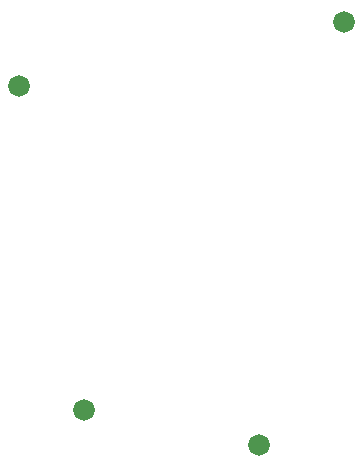
<source format=gbs>
G75*
%MOIN*%
%OFA0B0*%
%FSLAX24Y24*%
%IPPOS*%
%LPD*%
%AMOC8*
5,1,8,0,0,1.08239X$1,22.5*
%
%ADD10C,0.0720*%
D10*
X004570Y002495D03*
X010420Y001325D03*
X002420Y013295D03*
X013230Y015435D03*
M02*

</source>
